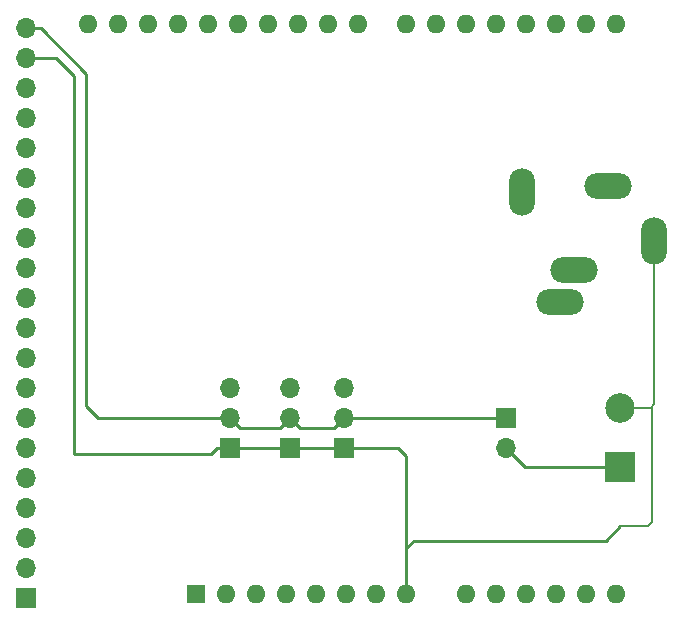
<source format=gbl>
G04 #@! TF.FileFunction,Copper,L2,Bot,Signal*
%FSLAX46Y46*%
G04 Gerber Fmt 4.6, Leading zero omitted, Abs format (unit mm)*
G04 Created by KiCad (PCBNEW 4.0.7) date Thursday, May 17, 2018 'AMt' 08:01:50 AM*
%MOMM*%
%LPD*%
G01*
G04 APERTURE LIST*
%ADD10C,0.100000*%
%ADD11R,1.700000X1.700000*%
%ADD12O,1.700000X1.700000*%
%ADD13R,2.500000X2.500000*%
%ADD14C,2.500000*%
%ADD15O,1.600000X1.600000*%
%ADD16R,1.600000X1.600000*%
%ADD17O,4.000000X2.200000*%
%ADD18O,2.200000X4.000000*%
%ADD19C,0.152400*%
%ADD20C,0.250000*%
G04 APERTURE END LIST*
D10*
D11*
X131064000Y-132278564D03*
D12*
X131064000Y-129738564D03*
X131064000Y-127198564D03*
X131064000Y-124658564D03*
X131064000Y-122118564D03*
X131064000Y-119578564D03*
X131064000Y-117038564D03*
X131064000Y-114498564D03*
X131064000Y-111958564D03*
X131064000Y-109418564D03*
X131064000Y-106878564D03*
X131064000Y-104338564D03*
X131064000Y-101798564D03*
X131064000Y-99258564D03*
X131064000Y-96718564D03*
X131064000Y-94178564D03*
X131064000Y-91638564D03*
X131064000Y-89098564D03*
X131064000Y-86558564D03*
X131064000Y-84018564D03*
D13*
X181356000Y-121182564D03*
D14*
X181356000Y-116182564D03*
D11*
X148336000Y-119578564D03*
D12*
X148336000Y-117038564D03*
X148336000Y-114498564D03*
D11*
X171704000Y-117038564D03*
D12*
X171704000Y-119578564D03*
D11*
X153416000Y-119578564D03*
D12*
X153416000Y-117038564D03*
X153416000Y-114498564D03*
D11*
X157988000Y-119578564D03*
D12*
X157988000Y-117038564D03*
X157988000Y-114498564D03*
D15*
X136313100Y-83662964D03*
X138853100Y-83662964D03*
D16*
X145453100Y-131922964D03*
D15*
X175933100Y-83662964D03*
X147993100Y-131922964D03*
X173393100Y-83662964D03*
X150533100Y-131922964D03*
X170853100Y-83662964D03*
X153073100Y-131922964D03*
X168313100Y-83662964D03*
X155613100Y-131922964D03*
X165773100Y-83662964D03*
X158153100Y-131922964D03*
X163233100Y-83662964D03*
X160693100Y-131922964D03*
X159173100Y-83662964D03*
X163233100Y-131922964D03*
X156633100Y-83662964D03*
X168313100Y-131922964D03*
X154093100Y-83662964D03*
X170853100Y-131922964D03*
X151553100Y-83662964D03*
X173393100Y-131922964D03*
X149013100Y-83662964D03*
X175933100Y-131922964D03*
X146473100Y-83662964D03*
X178473100Y-131922964D03*
X143933100Y-83662964D03*
X181013100Y-131922964D03*
X141393100Y-83662964D03*
X181013100Y-83662964D03*
X178473100Y-83662964D03*
D17*
X180340000Y-97409000D03*
D18*
X173040000Y-97909000D03*
D17*
X177440000Y-104509000D03*
X176240000Y-107209000D03*
D18*
X184240000Y-102009000D03*
D19*
X183937064Y-116182564D02*
X184240000Y-115879628D01*
X184240000Y-115879628D02*
X184240000Y-102009000D01*
X184023000Y-116268500D02*
X183937064Y-116182564D01*
X183937064Y-116182564D02*
X181356000Y-116182564D01*
X184023000Y-125857000D02*
X184023000Y-116268500D01*
X183697436Y-126182564D02*
X184023000Y-125857000D01*
X181356000Y-126182564D02*
X183697436Y-126182564D01*
D20*
X135128000Y-88082564D02*
X133604000Y-86558564D01*
X133604000Y-86558564D02*
X131064000Y-86558564D01*
X135128000Y-120086564D02*
X135128000Y-88082564D01*
X146728000Y-120086564D02*
X135128000Y-120086564D01*
X148336000Y-119578564D02*
X147236000Y-119578564D01*
X147236000Y-119578564D02*
X146728000Y-120086564D01*
X153416000Y-119578564D02*
X148336000Y-119578564D01*
X157988000Y-119578564D02*
X156888000Y-119578564D01*
X156888000Y-119578564D02*
X153416000Y-119578564D01*
X163233100Y-120251664D02*
X162560000Y-119578564D01*
X162560000Y-119578564D02*
X157988000Y-119578564D01*
X163233100Y-131922964D02*
X163233100Y-120251664D01*
X163850001Y-127432563D02*
X163233100Y-128049464D01*
X163233100Y-128049464D02*
X163233100Y-131922964D01*
X181356000Y-126182564D02*
X180106001Y-127432563D01*
X180106001Y-127432563D02*
X163850001Y-127432563D01*
X136144000Y-116022564D02*
X136144000Y-87896483D01*
X136144000Y-87896483D02*
X132266081Y-84018564D01*
X132266081Y-84018564D02*
X131064000Y-84018564D01*
X137160000Y-117038564D02*
X136144000Y-116022564D01*
X148336000Y-117038564D02*
X137160000Y-117038564D01*
X153416000Y-117038564D02*
X152566001Y-117888563D01*
X152566001Y-117888563D02*
X149185999Y-117888563D01*
X149185999Y-117888563D02*
X148336000Y-117038564D01*
X157988000Y-117038564D02*
X157138001Y-117888563D01*
X157138001Y-117888563D02*
X154265999Y-117888563D01*
X154265999Y-117888563D02*
X153416000Y-117038564D01*
X171704000Y-117038564D02*
X157988000Y-117038564D01*
X181356000Y-121182564D02*
X173308000Y-121182564D01*
X173308000Y-121182564D02*
X171704000Y-119578564D01*
M02*

</source>
